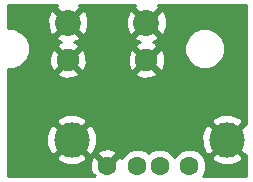
<source format=gbl>
G04 #@! TF.FileFunction,Copper,L2,Bot,Signal*
%FSLAX46Y46*%
G04 Gerber Fmt 4.6, Leading zero omitted, Abs format (unit mm)*
G04 Created by KiCad (PCBNEW 4.0.7) date 11/16/18 17:07:03*
%MOMM*%
%LPD*%
G01*
G04 APERTURE LIST*
%ADD10C,0.100000*%
%ADD11C,1.900000*%
%ADD12C,2.200000*%
%ADD13C,1.600000*%
%ADD14C,3.000000*%
%ADD15C,0.254000*%
G04 APERTURE END LIST*
D10*
D11*
X146789000Y-111354000D03*
D12*
X146789000Y-108204000D03*
X153439000Y-108204000D03*
D11*
X153439000Y-111354000D03*
D13*
X157070000Y-120310000D03*
X154570000Y-120310000D03*
X150070000Y-120310000D03*
D14*
X160240000Y-118110000D03*
X147100000Y-118110000D03*
D13*
X152670000Y-120310000D03*
D15*
G36*
X145743737Y-106979132D02*
X146789000Y-108024395D01*
X147834263Y-106979132D01*
X147744601Y-106755000D01*
X152483399Y-106755000D01*
X152393737Y-106979132D01*
X153439000Y-108024395D01*
X154484263Y-106979132D01*
X154394601Y-106755000D01*
X161850000Y-106755000D01*
X161850000Y-116823770D01*
X161753970Y-116775635D01*
X160419605Y-118110000D01*
X161753970Y-119444365D01*
X161850000Y-119396230D01*
X161850000Y-121210000D01*
X158199597Y-121210000D01*
X158285824Y-121123923D01*
X158504750Y-120596691D01*
X158505248Y-120025813D01*
X158339211Y-119623970D01*
X158905635Y-119623970D01*
X159065418Y-119942739D01*
X159856187Y-120252723D01*
X160705387Y-120236497D01*
X161414582Y-119942739D01*
X161574365Y-119623970D01*
X160240000Y-118289605D01*
X158905635Y-119623970D01*
X158339211Y-119623970D01*
X158287243Y-119498200D01*
X157883923Y-119094176D01*
X157356691Y-118875250D01*
X156785813Y-118874752D01*
X156258200Y-119092757D01*
X155854176Y-119496077D01*
X155820187Y-119577931D01*
X155787243Y-119498200D01*
X155383923Y-119094176D01*
X154856691Y-118875250D01*
X154285813Y-118874752D01*
X153758200Y-119092757D01*
X153620113Y-119230604D01*
X153483923Y-119094176D01*
X152956691Y-118875250D01*
X152385813Y-118874752D01*
X151858200Y-119092757D01*
X151454176Y-119496077D01*
X151376515Y-119683105D01*
X151323864Y-119555995D01*
X151077745Y-119481861D01*
X150249605Y-120310000D01*
X150263748Y-120324142D01*
X150084142Y-120503748D01*
X150070000Y-120489605D01*
X150055858Y-120503748D01*
X149876252Y-120324142D01*
X149890395Y-120310000D01*
X149062255Y-119481861D01*
X148816136Y-119555995D01*
X148623035Y-120093223D01*
X148650222Y-120663454D01*
X148816136Y-121064005D01*
X149062253Y-121138139D01*
X148990392Y-121210000D01*
X141680000Y-121210000D01*
X141680000Y-119623970D01*
X145765635Y-119623970D01*
X145925418Y-119942739D01*
X146716187Y-120252723D01*
X147565387Y-120236497D01*
X148274582Y-119942739D01*
X148434365Y-119623970D01*
X147100000Y-118289605D01*
X145765635Y-119623970D01*
X141680000Y-119623970D01*
X141680000Y-117726187D01*
X144957277Y-117726187D01*
X144973503Y-118575387D01*
X145267261Y-119284582D01*
X145586030Y-119444365D01*
X146920395Y-118110000D01*
X147279605Y-118110000D01*
X148613970Y-119444365D01*
X148897481Y-119302255D01*
X149241861Y-119302255D01*
X150070000Y-120130395D01*
X150898139Y-119302255D01*
X150824005Y-119056136D01*
X150286777Y-118863035D01*
X149716546Y-118890222D01*
X149315995Y-119056136D01*
X149241861Y-119302255D01*
X148897481Y-119302255D01*
X148932739Y-119284582D01*
X149242723Y-118493813D01*
X149228056Y-117726187D01*
X158097277Y-117726187D01*
X158113503Y-118575387D01*
X158407261Y-119284582D01*
X158726030Y-119444365D01*
X160060395Y-118110000D01*
X158726030Y-116775635D01*
X158407261Y-116935418D01*
X158097277Y-117726187D01*
X149228056Y-117726187D01*
X149226497Y-117644613D01*
X148932739Y-116935418D01*
X148613970Y-116775635D01*
X147279605Y-118110000D01*
X146920395Y-118110000D01*
X145586030Y-116775635D01*
X145267261Y-116935418D01*
X144957277Y-117726187D01*
X141680000Y-117726187D01*
X141680000Y-116596030D01*
X145765635Y-116596030D01*
X147100000Y-117930395D01*
X148434365Y-116596030D01*
X158905635Y-116596030D01*
X160240000Y-117930395D01*
X161574365Y-116596030D01*
X161414582Y-116277261D01*
X160623813Y-115967277D01*
X159774613Y-115983503D01*
X159065418Y-116277261D01*
X158905635Y-116596030D01*
X148434365Y-116596030D01*
X148274582Y-116277261D01*
X147483813Y-115967277D01*
X146634613Y-115983503D01*
X145925418Y-116277261D01*
X145765635Y-116596030D01*
X141680000Y-116596030D01*
X141680000Y-112470350D01*
X145852255Y-112470350D01*
X145944792Y-112732019D01*
X146536398Y-112950188D01*
X147166461Y-112925352D01*
X147633208Y-112732019D01*
X147725745Y-112470350D01*
X152502255Y-112470350D01*
X152594792Y-112732019D01*
X153186398Y-112950188D01*
X153816461Y-112925352D01*
X154283208Y-112732019D01*
X154375745Y-112470350D01*
X153439000Y-111533605D01*
X152502255Y-112470350D01*
X147725745Y-112470350D01*
X146789000Y-111533605D01*
X145852255Y-112470350D01*
X141680000Y-112470350D01*
X141680000Y-112168863D01*
X142182599Y-112169301D01*
X142820515Y-111905719D01*
X143309004Y-111418082D01*
X143440502Y-111101398D01*
X145192812Y-111101398D01*
X145217648Y-111731461D01*
X145410981Y-112198208D01*
X145672650Y-112290745D01*
X146609395Y-111354000D01*
X146968605Y-111354000D01*
X147905350Y-112290745D01*
X148167019Y-112198208D01*
X148385188Y-111606602D01*
X148365274Y-111101398D01*
X151842812Y-111101398D01*
X151867648Y-111731461D01*
X152060981Y-112198208D01*
X152322650Y-112290745D01*
X153259395Y-111354000D01*
X153618605Y-111354000D01*
X154555350Y-112290745D01*
X154817019Y-112198208D01*
X155035188Y-111606602D01*
X155010352Y-110976539D01*
X154927949Y-110777599D01*
X156653699Y-110777599D01*
X156917281Y-111415515D01*
X157404918Y-111904004D01*
X158042373Y-112168699D01*
X158732599Y-112169301D01*
X159370515Y-111905719D01*
X159859004Y-111418082D01*
X160123699Y-110780627D01*
X160124301Y-110090401D01*
X159860719Y-109452485D01*
X159373082Y-108963996D01*
X158735627Y-108699301D01*
X158045401Y-108698699D01*
X157407485Y-108962281D01*
X156918996Y-109449918D01*
X156654301Y-110087373D01*
X156653699Y-110777599D01*
X154927949Y-110777599D01*
X154817019Y-110509792D01*
X154555350Y-110417255D01*
X153618605Y-111354000D01*
X153259395Y-111354000D01*
X152322650Y-110417255D01*
X152060981Y-110509792D01*
X151842812Y-111101398D01*
X148365274Y-111101398D01*
X148360352Y-110976539D01*
X148167019Y-110509792D01*
X147905350Y-110417255D01*
X146968605Y-111354000D01*
X146609395Y-111354000D01*
X145672650Y-110417255D01*
X145410981Y-110509792D01*
X145192812Y-111101398D01*
X143440502Y-111101398D01*
X143573699Y-110780627D01*
X143574301Y-110090401D01*
X143310719Y-109452485D01*
X143287144Y-109428868D01*
X145743737Y-109428868D01*
X145854641Y-109706099D01*
X146243163Y-109852392D01*
X145944792Y-109975981D01*
X145852255Y-110237650D01*
X146789000Y-111174395D01*
X147725745Y-110237650D01*
X147633208Y-109975981D01*
X147336217Y-109866458D01*
X147723359Y-109706099D01*
X147834263Y-109428868D01*
X152393737Y-109428868D01*
X152504641Y-109706099D01*
X152893163Y-109852392D01*
X152594792Y-109975981D01*
X152502255Y-110237650D01*
X153439000Y-111174395D01*
X154375745Y-110237650D01*
X154283208Y-109975981D01*
X153986217Y-109866458D01*
X154373359Y-109706099D01*
X154484263Y-109428868D01*
X153439000Y-108383605D01*
X152393737Y-109428868D01*
X147834263Y-109428868D01*
X146789000Y-108383605D01*
X145743737Y-109428868D01*
X143287144Y-109428868D01*
X142823082Y-108963996D01*
X142185627Y-108699301D01*
X141680000Y-108698860D01*
X141680000Y-107915593D01*
X145043677Y-107915593D01*
X145066164Y-108605453D01*
X145286901Y-109138359D01*
X145564132Y-109249263D01*
X146609395Y-108204000D01*
X146968605Y-108204000D01*
X148013868Y-109249263D01*
X148291099Y-109138359D01*
X148534323Y-108492407D01*
X148515521Y-107915593D01*
X151693677Y-107915593D01*
X151716164Y-108605453D01*
X151936901Y-109138359D01*
X152214132Y-109249263D01*
X153259395Y-108204000D01*
X153618605Y-108204000D01*
X154663868Y-109249263D01*
X154941099Y-109138359D01*
X155184323Y-108492407D01*
X155161836Y-107802547D01*
X154941099Y-107269641D01*
X154663868Y-107158737D01*
X153618605Y-108204000D01*
X153259395Y-108204000D01*
X152214132Y-107158737D01*
X151936901Y-107269641D01*
X151693677Y-107915593D01*
X148515521Y-107915593D01*
X148511836Y-107802547D01*
X148291099Y-107269641D01*
X148013868Y-107158737D01*
X146968605Y-108204000D01*
X146609395Y-108204000D01*
X145564132Y-107158737D01*
X145286901Y-107269641D01*
X145043677Y-107915593D01*
X141680000Y-107915593D01*
X141680000Y-106755000D01*
X145833399Y-106755000D01*
X145743737Y-106979132D01*
X145743737Y-106979132D01*
G37*
X145743737Y-106979132D02*
X146789000Y-108024395D01*
X147834263Y-106979132D01*
X147744601Y-106755000D01*
X152483399Y-106755000D01*
X152393737Y-106979132D01*
X153439000Y-108024395D01*
X154484263Y-106979132D01*
X154394601Y-106755000D01*
X161850000Y-106755000D01*
X161850000Y-116823770D01*
X161753970Y-116775635D01*
X160419605Y-118110000D01*
X161753970Y-119444365D01*
X161850000Y-119396230D01*
X161850000Y-121210000D01*
X158199597Y-121210000D01*
X158285824Y-121123923D01*
X158504750Y-120596691D01*
X158505248Y-120025813D01*
X158339211Y-119623970D01*
X158905635Y-119623970D01*
X159065418Y-119942739D01*
X159856187Y-120252723D01*
X160705387Y-120236497D01*
X161414582Y-119942739D01*
X161574365Y-119623970D01*
X160240000Y-118289605D01*
X158905635Y-119623970D01*
X158339211Y-119623970D01*
X158287243Y-119498200D01*
X157883923Y-119094176D01*
X157356691Y-118875250D01*
X156785813Y-118874752D01*
X156258200Y-119092757D01*
X155854176Y-119496077D01*
X155820187Y-119577931D01*
X155787243Y-119498200D01*
X155383923Y-119094176D01*
X154856691Y-118875250D01*
X154285813Y-118874752D01*
X153758200Y-119092757D01*
X153620113Y-119230604D01*
X153483923Y-119094176D01*
X152956691Y-118875250D01*
X152385813Y-118874752D01*
X151858200Y-119092757D01*
X151454176Y-119496077D01*
X151376515Y-119683105D01*
X151323864Y-119555995D01*
X151077745Y-119481861D01*
X150249605Y-120310000D01*
X150263748Y-120324142D01*
X150084142Y-120503748D01*
X150070000Y-120489605D01*
X150055858Y-120503748D01*
X149876252Y-120324142D01*
X149890395Y-120310000D01*
X149062255Y-119481861D01*
X148816136Y-119555995D01*
X148623035Y-120093223D01*
X148650222Y-120663454D01*
X148816136Y-121064005D01*
X149062253Y-121138139D01*
X148990392Y-121210000D01*
X141680000Y-121210000D01*
X141680000Y-119623970D01*
X145765635Y-119623970D01*
X145925418Y-119942739D01*
X146716187Y-120252723D01*
X147565387Y-120236497D01*
X148274582Y-119942739D01*
X148434365Y-119623970D01*
X147100000Y-118289605D01*
X145765635Y-119623970D01*
X141680000Y-119623970D01*
X141680000Y-117726187D01*
X144957277Y-117726187D01*
X144973503Y-118575387D01*
X145267261Y-119284582D01*
X145586030Y-119444365D01*
X146920395Y-118110000D01*
X147279605Y-118110000D01*
X148613970Y-119444365D01*
X148897481Y-119302255D01*
X149241861Y-119302255D01*
X150070000Y-120130395D01*
X150898139Y-119302255D01*
X150824005Y-119056136D01*
X150286777Y-118863035D01*
X149716546Y-118890222D01*
X149315995Y-119056136D01*
X149241861Y-119302255D01*
X148897481Y-119302255D01*
X148932739Y-119284582D01*
X149242723Y-118493813D01*
X149228056Y-117726187D01*
X158097277Y-117726187D01*
X158113503Y-118575387D01*
X158407261Y-119284582D01*
X158726030Y-119444365D01*
X160060395Y-118110000D01*
X158726030Y-116775635D01*
X158407261Y-116935418D01*
X158097277Y-117726187D01*
X149228056Y-117726187D01*
X149226497Y-117644613D01*
X148932739Y-116935418D01*
X148613970Y-116775635D01*
X147279605Y-118110000D01*
X146920395Y-118110000D01*
X145586030Y-116775635D01*
X145267261Y-116935418D01*
X144957277Y-117726187D01*
X141680000Y-117726187D01*
X141680000Y-116596030D01*
X145765635Y-116596030D01*
X147100000Y-117930395D01*
X148434365Y-116596030D01*
X158905635Y-116596030D01*
X160240000Y-117930395D01*
X161574365Y-116596030D01*
X161414582Y-116277261D01*
X160623813Y-115967277D01*
X159774613Y-115983503D01*
X159065418Y-116277261D01*
X158905635Y-116596030D01*
X148434365Y-116596030D01*
X148274582Y-116277261D01*
X147483813Y-115967277D01*
X146634613Y-115983503D01*
X145925418Y-116277261D01*
X145765635Y-116596030D01*
X141680000Y-116596030D01*
X141680000Y-112470350D01*
X145852255Y-112470350D01*
X145944792Y-112732019D01*
X146536398Y-112950188D01*
X147166461Y-112925352D01*
X147633208Y-112732019D01*
X147725745Y-112470350D01*
X152502255Y-112470350D01*
X152594792Y-112732019D01*
X153186398Y-112950188D01*
X153816461Y-112925352D01*
X154283208Y-112732019D01*
X154375745Y-112470350D01*
X153439000Y-111533605D01*
X152502255Y-112470350D01*
X147725745Y-112470350D01*
X146789000Y-111533605D01*
X145852255Y-112470350D01*
X141680000Y-112470350D01*
X141680000Y-112168863D01*
X142182599Y-112169301D01*
X142820515Y-111905719D01*
X143309004Y-111418082D01*
X143440502Y-111101398D01*
X145192812Y-111101398D01*
X145217648Y-111731461D01*
X145410981Y-112198208D01*
X145672650Y-112290745D01*
X146609395Y-111354000D01*
X146968605Y-111354000D01*
X147905350Y-112290745D01*
X148167019Y-112198208D01*
X148385188Y-111606602D01*
X148365274Y-111101398D01*
X151842812Y-111101398D01*
X151867648Y-111731461D01*
X152060981Y-112198208D01*
X152322650Y-112290745D01*
X153259395Y-111354000D01*
X153618605Y-111354000D01*
X154555350Y-112290745D01*
X154817019Y-112198208D01*
X155035188Y-111606602D01*
X155010352Y-110976539D01*
X154927949Y-110777599D01*
X156653699Y-110777599D01*
X156917281Y-111415515D01*
X157404918Y-111904004D01*
X158042373Y-112168699D01*
X158732599Y-112169301D01*
X159370515Y-111905719D01*
X159859004Y-111418082D01*
X160123699Y-110780627D01*
X160124301Y-110090401D01*
X159860719Y-109452485D01*
X159373082Y-108963996D01*
X158735627Y-108699301D01*
X158045401Y-108698699D01*
X157407485Y-108962281D01*
X156918996Y-109449918D01*
X156654301Y-110087373D01*
X156653699Y-110777599D01*
X154927949Y-110777599D01*
X154817019Y-110509792D01*
X154555350Y-110417255D01*
X153618605Y-111354000D01*
X153259395Y-111354000D01*
X152322650Y-110417255D01*
X152060981Y-110509792D01*
X151842812Y-111101398D01*
X148365274Y-111101398D01*
X148360352Y-110976539D01*
X148167019Y-110509792D01*
X147905350Y-110417255D01*
X146968605Y-111354000D01*
X146609395Y-111354000D01*
X145672650Y-110417255D01*
X145410981Y-110509792D01*
X145192812Y-111101398D01*
X143440502Y-111101398D01*
X143573699Y-110780627D01*
X143574301Y-110090401D01*
X143310719Y-109452485D01*
X143287144Y-109428868D01*
X145743737Y-109428868D01*
X145854641Y-109706099D01*
X146243163Y-109852392D01*
X145944792Y-109975981D01*
X145852255Y-110237650D01*
X146789000Y-111174395D01*
X147725745Y-110237650D01*
X147633208Y-109975981D01*
X147336217Y-109866458D01*
X147723359Y-109706099D01*
X147834263Y-109428868D01*
X152393737Y-109428868D01*
X152504641Y-109706099D01*
X152893163Y-109852392D01*
X152594792Y-109975981D01*
X152502255Y-110237650D01*
X153439000Y-111174395D01*
X154375745Y-110237650D01*
X154283208Y-109975981D01*
X153986217Y-109866458D01*
X154373359Y-109706099D01*
X154484263Y-109428868D01*
X153439000Y-108383605D01*
X152393737Y-109428868D01*
X147834263Y-109428868D01*
X146789000Y-108383605D01*
X145743737Y-109428868D01*
X143287144Y-109428868D01*
X142823082Y-108963996D01*
X142185627Y-108699301D01*
X141680000Y-108698860D01*
X141680000Y-107915593D01*
X145043677Y-107915593D01*
X145066164Y-108605453D01*
X145286901Y-109138359D01*
X145564132Y-109249263D01*
X146609395Y-108204000D01*
X146968605Y-108204000D01*
X148013868Y-109249263D01*
X148291099Y-109138359D01*
X148534323Y-108492407D01*
X148515521Y-107915593D01*
X151693677Y-107915593D01*
X151716164Y-108605453D01*
X151936901Y-109138359D01*
X152214132Y-109249263D01*
X153259395Y-108204000D01*
X153618605Y-108204000D01*
X154663868Y-109249263D01*
X154941099Y-109138359D01*
X155184323Y-108492407D01*
X155161836Y-107802547D01*
X154941099Y-107269641D01*
X154663868Y-107158737D01*
X153618605Y-108204000D01*
X153259395Y-108204000D01*
X152214132Y-107158737D01*
X151936901Y-107269641D01*
X151693677Y-107915593D01*
X148515521Y-107915593D01*
X148511836Y-107802547D01*
X148291099Y-107269641D01*
X148013868Y-107158737D01*
X146968605Y-108204000D01*
X146609395Y-108204000D01*
X145564132Y-107158737D01*
X145286901Y-107269641D01*
X145043677Y-107915593D01*
X141680000Y-107915593D01*
X141680000Y-106755000D01*
X145833399Y-106755000D01*
X145743737Y-106979132D01*
M02*

</source>
